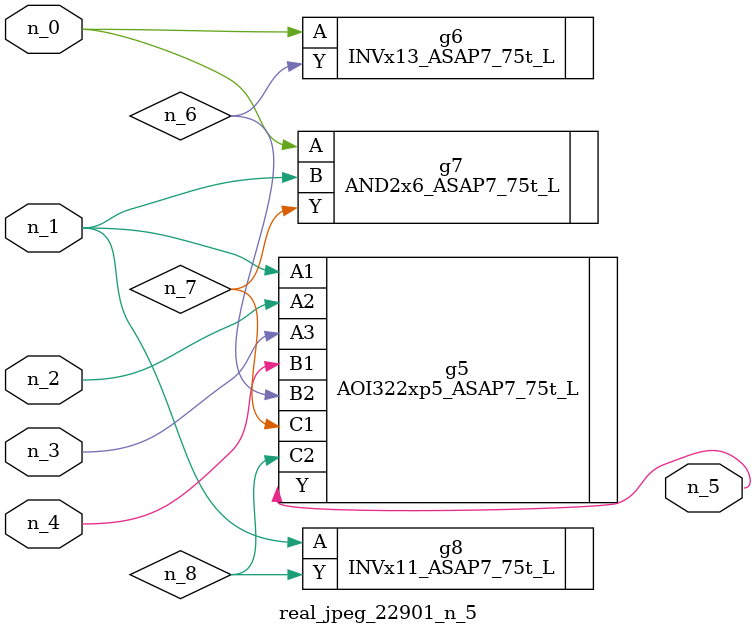
<source format=v>
module real_jpeg_22901_n_5 (n_4, n_0, n_1, n_2, n_3, n_5);

input n_4;
input n_0;
input n_1;
input n_2;
input n_3;

output n_5;

wire n_8;
wire n_6;
wire n_7;

INVx13_ASAP7_75t_L g6 ( 
.A(n_0),
.Y(n_6)
);

AND2x6_ASAP7_75t_L g7 ( 
.A(n_0),
.B(n_1),
.Y(n_7)
);

AOI322xp5_ASAP7_75t_L g5 ( 
.A1(n_1),
.A2(n_2),
.A3(n_3),
.B1(n_4),
.B2(n_6),
.C1(n_7),
.C2(n_8),
.Y(n_5)
);

INVx11_ASAP7_75t_L g8 ( 
.A(n_1),
.Y(n_8)
);


endmodule
</source>
